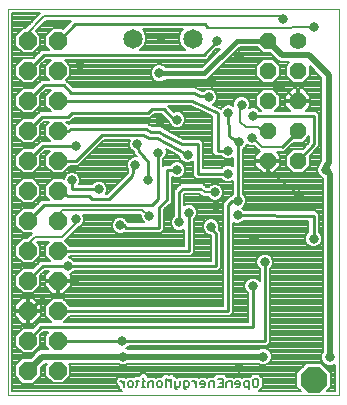
<source format=gbl>
G75*
%MOIN*%
%OFA0B0*%
%FSLAX25Y25*%
%IPPOS*%
%LPD*%
%AMOC8*
5,1,8,0,0,1.08239X$1,22.5*
%
%ADD10C,0.00000*%
%ADD11C,0.00600*%
%ADD12C,0.05600*%
%ADD13OC8,0.05600*%
%ADD14OC8,0.06000*%
%ADD15C,0.06500*%
%ADD16OC8,0.08661*%
%ADD17C,0.02000*%
%ADD18C,0.01000*%
%ADD19C,0.03169*%
%ADD20C,0.01600*%
%ADD21C,0.00800*%
D10*
X0001900Y0001794D02*
X0001900Y0130534D01*
X0112136Y0130534D01*
X0112136Y0001794D01*
X0001900Y0001794D01*
D11*
X0039173Y0006429D02*
X0039607Y0006429D01*
X0040474Y0005561D01*
X0040474Y0004694D02*
X0040474Y0006429D01*
X0041686Y0005995D02*
X0041686Y0005127D01*
X0042120Y0004694D01*
X0042987Y0004694D01*
X0043421Y0005127D01*
X0043421Y0005995D01*
X0042987Y0006429D01*
X0042120Y0006429D01*
X0041686Y0005995D01*
X0044518Y0006429D02*
X0045385Y0006429D01*
X0044952Y0006862D02*
X0044952Y0005127D01*
X0044518Y0004694D01*
X0046482Y0004694D02*
X0047350Y0004694D01*
X0046916Y0004694D02*
X0046916Y0006429D01*
X0047350Y0006429D01*
X0046916Y0007296D02*
X0046916Y0007730D01*
X0048561Y0005995D02*
X0048561Y0004694D01*
X0048561Y0005995D02*
X0048995Y0006429D01*
X0050296Y0006429D01*
X0050296Y0004694D01*
X0051508Y0005127D02*
X0051508Y0005995D01*
X0051941Y0006429D01*
X0052809Y0006429D01*
X0053243Y0005995D01*
X0053243Y0005127D01*
X0052809Y0004694D01*
X0051941Y0004694D01*
X0051508Y0005127D01*
X0054454Y0004694D02*
X0054454Y0007296D01*
X0055322Y0006429D01*
X0056189Y0007296D01*
X0056189Y0004694D01*
X0057401Y0004694D02*
X0058702Y0004694D01*
X0059136Y0005127D01*
X0059136Y0006429D01*
X0060347Y0006429D02*
X0060347Y0004260D01*
X0060781Y0003826D01*
X0061215Y0003826D01*
X0061648Y0004694D02*
X0060347Y0004694D01*
X0061648Y0004694D02*
X0062082Y0005127D01*
X0062082Y0005995D01*
X0061648Y0006429D01*
X0060347Y0006429D01*
X0057401Y0006429D02*
X0057401Y0004260D01*
X0057835Y0003826D01*
X0058268Y0003826D01*
X0063236Y0006429D02*
X0063670Y0006429D01*
X0064538Y0005561D01*
X0064538Y0004694D02*
X0064538Y0006429D01*
X0065749Y0005995D02*
X0065749Y0005561D01*
X0067484Y0005561D01*
X0067484Y0005127D02*
X0067484Y0005995D01*
X0067050Y0006429D01*
X0066183Y0006429D01*
X0065749Y0005995D01*
X0066183Y0004694D02*
X0067050Y0004694D01*
X0067484Y0005127D01*
X0068696Y0004694D02*
X0068696Y0005995D01*
X0069129Y0006429D01*
X0070431Y0006429D01*
X0070431Y0004694D01*
X0071642Y0004694D02*
X0073377Y0004694D01*
X0073377Y0007296D01*
X0071642Y0007296D01*
X0072510Y0005995D02*
X0073377Y0005995D01*
X0074589Y0005995D02*
X0074589Y0004694D01*
X0074589Y0005995D02*
X0075023Y0006429D01*
X0076324Y0006429D01*
X0076324Y0004694D01*
X0077535Y0005561D02*
X0079270Y0005561D01*
X0079270Y0005127D02*
X0079270Y0005995D01*
X0078836Y0006429D01*
X0077969Y0006429D01*
X0077535Y0005995D01*
X0077535Y0005561D01*
X0077969Y0004694D02*
X0078836Y0004694D01*
X0079270Y0005127D01*
X0080482Y0005127D02*
X0080482Y0005995D01*
X0080916Y0006429D01*
X0082217Y0006429D01*
X0082217Y0003826D01*
X0082217Y0004694D02*
X0080916Y0004694D01*
X0080482Y0005127D01*
X0083428Y0005127D02*
X0083428Y0006862D01*
X0083862Y0007296D01*
X0084729Y0007296D01*
X0085163Y0006862D01*
X0085163Y0005127D01*
X0084729Y0004694D01*
X0083862Y0004694D01*
X0083428Y0005127D01*
D12*
X0098400Y0119975D03*
D13*
X0098400Y0109975D03*
X0098400Y0099975D03*
X0098400Y0089975D03*
X0098400Y0079975D03*
X0088400Y0079975D03*
X0088400Y0089975D03*
X0088400Y0099975D03*
X0088400Y0109975D03*
X0088400Y0119975D03*
D14*
X0018400Y0119975D03*
X0018400Y0109975D03*
X0018400Y0099975D03*
X0018400Y0089975D03*
X0018400Y0079975D03*
X0018400Y0069975D03*
X0018400Y0059975D03*
X0018400Y0049975D03*
X0018400Y0039975D03*
X0018400Y0029975D03*
X0018400Y0019975D03*
X0018400Y0009975D03*
X0008400Y0009975D03*
X0008400Y0019975D03*
X0008400Y0029975D03*
X0008400Y0039975D03*
X0008400Y0049975D03*
X0008400Y0059975D03*
X0008400Y0069975D03*
X0008400Y0079975D03*
X0008400Y0089975D03*
X0008400Y0099975D03*
X0008400Y0109975D03*
X0008400Y0119975D03*
D15*
X0043400Y0120725D03*
X0063400Y0120725D03*
D16*
X0103676Y0006955D03*
D17*
X0109150Y0014475D02*
X0109150Y0075725D01*
X0107900Y0076975D01*
X0107900Y0078375D01*
X0108700Y0079175D01*
X0108700Y0108575D01*
X0102100Y0115175D01*
X0093200Y0115175D01*
X0088400Y0119975D01*
X0086700Y0014725D02*
X0043900Y0014725D01*
X0013150Y0014725D01*
X0008400Y0009975D01*
D18*
X0008400Y0019975D02*
X0012900Y0024475D01*
X0083400Y0024475D01*
X0083400Y0038225D01*
X0087400Y0046225D02*
X0087400Y0019975D01*
X0039900Y0019975D01*
X0018400Y0019975D01*
X0018400Y0029975D02*
X0075150Y0029975D01*
X0075150Y0065225D01*
X0076400Y0066475D01*
X0078150Y0066475D01*
X0078400Y0066725D01*
X0078400Y0085975D01*
X0078650Y0086225D01*
X0078100Y0086575D01*
X0075350Y0088375D01*
X0075250Y0095975D01*
X0071650Y0095975D02*
X0071650Y0083225D01*
X0075150Y0083225D01*
X0075150Y0075725D02*
X0065150Y0075725D01*
X0065150Y0085475D01*
X0059900Y0085475D01*
X0053900Y0088725D01*
X0052150Y0089725D01*
X0049400Y0089725D01*
X0047650Y0090725D01*
X0022900Y0090725D01*
X0021650Y0089975D01*
X0018400Y0089975D01*
X0021900Y0094725D02*
X0023150Y0095975D01*
X0048400Y0095975D01*
X0049650Y0097225D01*
X0053650Y0097225D01*
X0057150Y0093725D01*
X0058150Y0093725D01*
X0052400Y0093225D02*
X0052400Y0091975D01*
X0051400Y0087475D02*
X0048650Y0087475D01*
X0046650Y0088725D01*
X0033150Y0088725D01*
X0024400Y0079975D01*
X0018400Y0079975D01*
X0013400Y0084975D02*
X0024400Y0084975D01*
X0021900Y0094725D02*
X0013150Y0094725D01*
X0008400Y0089975D01*
X0013400Y0084975D02*
X0008400Y0079975D01*
X0018400Y0069975D02*
X0019650Y0069975D01*
X0021150Y0068725D01*
X0021900Y0068225D01*
X0028900Y0068225D01*
X0029900Y0067225D01*
X0035550Y0067225D01*
X0043300Y0074975D01*
X0043900Y0078275D01*
X0044250Y0078625D01*
X0048400Y0079725D02*
X0045400Y0083225D01*
X0044900Y0085475D01*
X0048400Y0079725D02*
X0048400Y0073725D01*
X0051900Y0067225D02*
X0051900Y0082725D01*
X0051400Y0087475D02*
X0061650Y0081975D01*
X0058150Y0076975D02*
X0054900Y0076975D01*
X0054900Y0066975D01*
X0052150Y0064725D01*
X0052150Y0063725D01*
X0052100Y0063375D01*
X0052150Y0063225D01*
X0052150Y0057725D01*
X0041150Y0057725D01*
X0040402Y0058473D01*
X0039148Y0058473D01*
X0049650Y0065225D02*
X0051900Y0067225D01*
X0049650Y0065225D02*
X0013650Y0065225D01*
X0008400Y0059975D01*
X0018400Y0049975D02*
X0062150Y0049975D01*
X0062150Y0062725D01*
X0058850Y0059425D02*
X0058850Y0069475D01*
X0060150Y0070725D01*
X0066150Y0070725D01*
X0055475Y0062800D02*
X0054650Y0063225D01*
X0069447Y0058022D02*
X0069697Y0057178D01*
X0071150Y0055475D01*
X0071150Y0044975D01*
X0021650Y0044975D01*
X0013400Y0044975D01*
X0008400Y0040225D01*
X0008400Y0039975D01*
X0013650Y0034975D02*
X0024650Y0034975D01*
X0024650Y0039975D02*
X0018400Y0039975D01*
X0013650Y0034975D02*
X0008650Y0029975D01*
X0008400Y0029975D01*
X0040150Y0014725D02*
X0043900Y0014725D01*
X0078350Y0061775D02*
X0103650Y0061725D01*
X0103650Y0053975D01*
X0098400Y0079975D02*
X0103900Y0085475D01*
X0103900Y0094975D01*
X0083400Y0094975D01*
X0093150Y0084725D02*
X0098400Y0089975D01*
X0071650Y0095975D02*
X0063150Y0099975D01*
X0018400Y0099975D01*
X0022900Y0102725D02*
X0020400Y0105225D01*
X0013650Y0105225D01*
X0008400Y0099975D01*
X0008400Y0109975D02*
X0013650Y0115225D01*
X0067150Y0115225D01*
X0071400Y0119975D01*
X0068300Y0124575D02*
X0067400Y0125475D01*
X0024150Y0125475D01*
X0018650Y0119975D01*
X0018400Y0119975D01*
X0022900Y0102725D02*
X0063650Y0102725D01*
X0065900Y0101725D01*
X0068850Y0101125D01*
X0102100Y0124575D02*
X0103900Y0124525D01*
X0032150Y0070475D02*
X0023150Y0070475D01*
X0023150Y0073475D01*
D19*
X0023150Y0073475D03*
X0032150Y0070475D03*
X0024400Y0060575D03*
X0021650Y0044975D03*
X0039148Y0058473D03*
X0048900Y0061725D03*
X0055475Y0062800D03*
X0058850Y0059425D03*
X0062150Y0062725D03*
X0069447Y0058022D03*
X0071150Y0064975D03*
X0070800Y0069475D03*
X0075150Y0075725D03*
X0075150Y0083225D03*
X0078650Y0086225D03*
X0083074Y0087649D03*
X0083400Y0094975D03*
X0079650Y0098725D03*
X0075250Y0095975D03*
X0068850Y0101125D03*
X0069900Y0105975D03*
X0078900Y0114794D03*
X0071400Y0119975D03*
X0052900Y0120794D03*
X0052300Y0109175D03*
X0052400Y0093225D03*
X0058150Y0093725D03*
X0051900Y0082725D03*
X0058150Y0076975D03*
X0061650Y0081975D03*
X0048400Y0073725D03*
X0044250Y0078625D03*
X0044900Y0085475D03*
X0024400Y0084975D03*
X0025900Y0111794D03*
X0078400Y0066725D03*
X0078350Y0061775D03*
X0083900Y0053794D03*
X0087400Y0046225D03*
X0083400Y0038225D03*
X0086700Y0014725D03*
X0078900Y0010794D03*
X0109150Y0014475D03*
X0103650Y0053975D03*
X0098900Y0068475D03*
X0107900Y0076975D03*
X0103900Y0124525D03*
X0093400Y0127125D03*
X0039900Y0019975D03*
X0040150Y0014725D03*
D20*
X0052300Y0109175D02*
X0067300Y0109175D01*
X0078100Y0119975D01*
X0088400Y0119975D01*
D21*
X0085656Y0116779D02*
X0078016Y0116779D01*
X0077217Y0115981D02*
X0086454Y0115981D01*
X0086660Y0115775D02*
X0089206Y0115775D01*
X0091841Y0113140D01*
X0092723Y0112775D01*
X0095533Y0112775D01*
X0094393Y0111635D01*
X0094393Y0108315D01*
X0096740Y0105968D01*
X0100060Y0105968D01*
X0102407Y0108315D01*
X0102407Y0111474D01*
X0106300Y0107581D01*
X0106300Y0080169D01*
X0105865Y0079734D01*
X0105500Y0078852D01*
X0105500Y0078795D01*
X0105370Y0078665D01*
X0104916Y0077568D01*
X0104916Y0076381D01*
X0105370Y0075284D01*
X0106210Y0074445D01*
X0106750Y0074221D01*
X0106750Y0016295D01*
X0106620Y0016165D01*
X0106166Y0015068D01*
X0106166Y0013881D01*
X0106620Y0012784D01*
X0107460Y0011945D01*
X0108556Y0011491D01*
X0109744Y0011491D01*
X0110736Y0011902D01*
X0110736Y0003194D01*
X0108019Y0003194D01*
X0109406Y0004581D01*
X0109406Y0009329D01*
X0106049Y0012686D01*
X0101302Y0012686D01*
X0097945Y0009329D01*
X0097945Y0004581D01*
X0099333Y0003194D01*
X0085361Y0003194D01*
X0086237Y0004069D01*
X0086670Y0004503D01*
X0086670Y0007486D01*
X0085787Y0008369D01*
X0085354Y0008803D01*
X0083238Y0008803D01*
X0082370Y0007936D01*
X0080291Y0007936D01*
X0079876Y0007520D01*
X0079461Y0007936D01*
X0077345Y0007936D01*
X0077146Y0007737D01*
X0076948Y0007936D01*
X0074869Y0007936D01*
X0074001Y0008803D01*
X0071018Y0008803D01*
X0070151Y0007936D01*
X0068505Y0007936D01*
X0068090Y0007520D01*
X0067675Y0007936D01*
X0065559Y0007936D01*
X0065360Y0007737D01*
X0065162Y0007936D01*
X0062612Y0007936D01*
X0062442Y0007766D01*
X0062273Y0007936D01*
X0058511Y0007936D01*
X0058268Y0007692D01*
X0058025Y0007936D01*
X0057681Y0007936D01*
X0057248Y0008368D01*
X0056813Y0008803D01*
X0055565Y0008803D01*
X0055322Y0008560D01*
X0055079Y0008803D01*
X0053830Y0008803D01*
X0052963Y0007936D01*
X0051317Y0007936D01*
X0051119Y0007737D01*
X0050920Y0007936D01*
X0048423Y0007936D01*
X0048423Y0008354D01*
X0047540Y0009237D01*
X0046292Y0009237D01*
X0045424Y0008369D01*
X0044327Y0008369D01*
X0043752Y0007795D01*
X0043611Y0007936D01*
X0041495Y0007936D01*
X0041297Y0007737D01*
X0041099Y0007936D01*
X0038549Y0007936D01*
X0037666Y0007053D01*
X0037666Y0005804D01*
X0038549Y0004921D01*
X0038967Y0004921D01*
X0038967Y0004069D01*
X0039843Y0003194D01*
X0003300Y0003194D01*
X0003300Y0129134D01*
X0012467Y0129134D01*
X0012293Y0128959D01*
X0011203Y0127869D01*
X0011203Y0127790D01*
X0007594Y0124182D01*
X0006657Y0124182D01*
X0004193Y0121717D01*
X0004193Y0118232D01*
X0006657Y0115768D01*
X0010143Y0115768D01*
X0012607Y0118232D01*
X0012607Y0121717D01*
X0011141Y0123183D01*
X0013475Y0125518D01*
X0014417Y0126459D01*
X0014417Y0126538D01*
X0014566Y0126687D01*
X0022948Y0126687D01*
X0022443Y0126182D01*
X0020293Y0124032D01*
X0020143Y0124182D01*
X0016657Y0124182D01*
X0014193Y0121717D01*
X0014193Y0118232D01*
X0015493Y0116932D01*
X0012943Y0116932D01*
X0011943Y0115932D01*
X0010168Y0114157D01*
X0010143Y0114182D01*
X0006657Y0114182D01*
X0004193Y0111717D01*
X0004193Y0108232D01*
X0006657Y0105768D01*
X0010143Y0105768D01*
X0012607Y0108232D01*
X0012607Y0111717D01*
X0012582Y0111743D01*
X0014357Y0113518D01*
X0015993Y0113518D01*
X0014193Y0111717D01*
X0014193Y0108232D01*
X0015493Y0106932D01*
X0012943Y0106932D01*
X0011943Y0105932D01*
X0010168Y0104157D01*
X0010143Y0104182D01*
X0006657Y0104182D01*
X0004193Y0101717D01*
X0004193Y0098232D01*
X0006657Y0095768D01*
X0010143Y0095768D01*
X0012607Y0098232D01*
X0012607Y0101717D01*
X0012582Y0101743D01*
X0014357Y0103518D01*
X0015993Y0103518D01*
X0014193Y0101717D01*
X0014193Y0098232D01*
X0015993Y0096432D01*
X0012443Y0096432D01*
X0011443Y0095432D01*
X0010168Y0094157D01*
X0010143Y0094182D01*
X0006657Y0094182D01*
X0004193Y0091717D01*
X0004193Y0088232D01*
X0006657Y0085768D01*
X0010143Y0085768D01*
X0012607Y0088232D01*
X0012607Y0091717D01*
X0012582Y0091743D01*
X0013857Y0093018D01*
X0015493Y0093018D01*
X0014193Y0091717D01*
X0014193Y0088232D01*
X0015743Y0086682D01*
X0012693Y0086682D01*
X0011693Y0085682D01*
X0010168Y0084157D01*
X0010143Y0084182D01*
X0006657Y0084182D01*
X0004193Y0081717D01*
X0004193Y0078232D01*
X0006657Y0075768D01*
X0010143Y0075768D01*
X0012607Y0078232D01*
X0012607Y0081717D01*
X0012582Y0081743D01*
X0014107Y0083268D01*
X0015743Y0083268D01*
X0014193Y0081717D01*
X0014193Y0078232D01*
X0016657Y0075768D01*
X0020143Y0075768D01*
X0022607Y0078232D01*
X0022607Y0078268D01*
X0025107Y0078268D01*
X0033857Y0087018D01*
X0042518Y0087018D01*
X0042109Y0086030D01*
X0042109Y0084920D01*
X0042534Y0083894D01*
X0043319Y0083108D01*
X0043668Y0082964D01*
X0043644Y0082651D01*
X0043826Y0082438D01*
X0043887Y0082164D01*
X0044269Y0081921D01*
X0044702Y0081416D01*
X0043695Y0081416D01*
X0042669Y0080991D01*
X0041884Y0080206D01*
X0041459Y0079180D01*
X0041459Y0078070D01*
X0041884Y0077044D01*
X0041932Y0076995D01*
X0041716Y0075805D01*
X0034843Y0068932D01*
X0034532Y0068932D01*
X0034941Y0069920D01*
X0034941Y0071030D01*
X0034516Y0072056D01*
X0033731Y0072841D01*
X0032705Y0073266D01*
X0031595Y0073266D01*
X0030569Y0072841D01*
X0029910Y0072182D01*
X0025636Y0072182D01*
X0025941Y0072920D01*
X0025941Y0074030D01*
X0025516Y0075056D01*
X0024731Y0075841D01*
X0023705Y0076266D01*
X0022595Y0076266D01*
X0021569Y0075841D01*
X0020784Y0075056D01*
X0020359Y0074030D01*
X0020359Y0073966D01*
X0020143Y0074182D01*
X0016657Y0074182D01*
X0014193Y0071717D01*
X0014193Y0068232D01*
X0015493Y0066932D01*
X0012943Y0066932D01*
X0011943Y0065932D01*
X0010168Y0064157D01*
X0010143Y0064182D01*
X0006657Y0064182D01*
X0004193Y0061717D01*
X0004193Y0058232D01*
X0006657Y0055768D01*
X0009820Y0055768D01*
X0009293Y0055240D01*
X0008234Y0054182D01*
X0006657Y0054182D01*
X0004193Y0051717D01*
X0004193Y0048232D01*
X0006657Y0045768D01*
X0010143Y0045768D01*
X0012607Y0048232D01*
X0012607Y0051717D01*
X0011461Y0052863D01*
X0011566Y0052968D01*
X0015443Y0052968D01*
X0014193Y0051717D01*
X0014193Y0048232D01*
X0015743Y0046682D01*
X0013422Y0046682D01*
X0012737Y0046699D01*
X0012718Y0046682D01*
X0012693Y0046682D01*
X0012208Y0046197D01*
X0010087Y0044182D01*
X0006657Y0044182D01*
X0004193Y0041717D01*
X0004193Y0038232D01*
X0006657Y0035768D01*
X0010143Y0035768D01*
X0012607Y0038232D01*
X0012607Y0041717D01*
X0012530Y0041794D01*
X0014082Y0043268D01*
X0015470Y0043268D01*
X0014000Y0041797D01*
X0014000Y0040375D01*
X0018000Y0040375D01*
X0018000Y0039575D01*
X0014000Y0039575D01*
X0014000Y0038152D01*
X0016577Y0035575D01*
X0018000Y0035575D01*
X0018000Y0039575D01*
X0018800Y0039575D01*
X0018800Y0040375D01*
X0022800Y0040375D01*
X0022800Y0041797D01*
X0022353Y0042245D01*
X0023231Y0042608D01*
X0023890Y0043268D01*
X0071857Y0043268D01*
X0072857Y0044268D01*
X0072857Y0055407D01*
X0072908Y0056045D01*
X0072857Y0056104D01*
X0072857Y0056182D01*
X0072405Y0056634D01*
X0072061Y0057037D01*
X0072239Y0057467D01*
X0072239Y0058577D01*
X0071814Y0059603D01*
X0071028Y0060388D01*
X0070002Y0060813D01*
X0068892Y0060813D01*
X0067866Y0060388D01*
X0067081Y0059603D01*
X0066656Y0058577D01*
X0066656Y0057467D01*
X0067081Y0056441D01*
X0067866Y0055656D01*
X0068892Y0055231D01*
X0069114Y0055231D01*
X0069443Y0054846D01*
X0069443Y0046682D01*
X0023890Y0046682D01*
X0023231Y0047341D01*
X0022205Y0047766D01*
X0022141Y0047766D01*
X0022607Y0048232D01*
X0022607Y0048268D01*
X0062857Y0048268D01*
X0063857Y0049268D01*
X0063857Y0060484D01*
X0064516Y0061144D01*
X0064941Y0062170D01*
X0064941Y0063280D01*
X0064516Y0064306D01*
X0063731Y0065091D01*
X0062705Y0065516D01*
X0061595Y0065516D01*
X0060569Y0065091D01*
X0060557Y0065079D01*
X0060557Y0068748D01*
X0060838Y0069018D01*
X0065584Y0069018D01*
X0066734Y0067868D01*
X0068460Y0067868D01*
X0069219Y0067108D01*
X0070245Y0066683D01*
X0071355Y0066683D01*
X0072381Y0067108D01*
X0073166Y0067894D01*
X0073591Y0068920D01*
X0073591Y0070030D01*
X0073166Y0071056D01*
X0072381Y0071841D01*
X0071355Y0072266D01*
X0070245Y0072266D01*
X0069219Y0071841D01*
X0068460Y0071082D01*
X0068066Y0071082D01*
X0067857Y0071290D01*
X0067857Y0071432D01*
X0066857Y0072432D01*
X0060167Y0072432D01*
X0059477Y0072445D01*
X0059462Y0072432D01*
X0059443Y0072432D01*
X0058954Y0071943D01*
X0058162Y0071182D01*
X0058143Y0071182D01*
X0057655Y0070694D01*
X0057157Y0070215D01*
X0057157Y0070196D01*
X0057143Y0070182D01*
X0057143Y0069491D01*
X0057129Y0068801D01*
X0057143Y0068787D01*
X0057143Y0061665D01*
X0056484Y0061006D01*
X0056059Y0059980D01*
X0056059Y0058870D01*
X0056484Y0057844D01*
X0057269Y0057058D01*
X0058295Y0056633D01*
X0059405Y0056633D01*
X0060431Y0057058D01*
X0060443Y0057070D01*
X0060443Y0051682D01*
X0022607Y0051682D01*
X0022607Y0051717D01*
X0020961Y0053363D01*
X0025683Y0058085D01*
X0025981Y0058208D01*
X0026766Y0058994D01*
X0027191Y0060020D01*
X0027191Y0061130D01*
X0026865Y0061918D01*
X0045882Y0061918D01*
X0046109Y0061754D01*
X0046109Y0061170D01*
X0046534Y0060144D01*
X0047245Y0059432D01*
X0041857Y0059432D01*
X0041712Y0059577D01*
X0041514Y0060054D01*
X0040729Y0060839D01*
X0039703Y0061264D01*
X0038593Y0061264D01*
X0037567Y0060839D01*
X0036782Y0060054D01*
X0036357Y0059028D01*
X0036357Y0057918D01*
X0036782Y0056892D01*
X0037567Y0056106D01*
X0038593Y0055681D01*
X0039703Y0055681D01*
X0040515Y0056018D01*
X0052857Y0056018D01*
X0053857Y0057018D01*
X0053857Y0062822D01*
X0053993Y0063094D01*
X0053857Y0063502D01*
X0053857Y0063603D01*
X0053908Y0063957D01*
X0055509Y0065268D01*
X0055607Y0065268D01*
X0056047Y0065707D01*
X0056528Y0066101D01*
X0056538Y0066199D01*
X0056607Y0066268D01*
X0056607Y0066890D01*
X0056669Y0067509D01*
X0056607Y0067584D01*
X0056607Y0074593D01*
X0057595Y0074183D01*
X0058705Y0074183D01*
X0059731Y0074608D01*
X0060516Y0075394D01*
X0060941Y0076420D01*
X0060941Y0077530D01*
X0060516Y0078556D01*
X0059731Y0079341D01*
X0058705Y0079766D01*
X0057595Y0079766D01*
X0056569Y0079341D01*
X0055910Y0078682D01*
X0054193Y0078682D01*
X0053607Y0078096D01*
X0053607Y0080484D01*
X0054266Y0081144D01*
X0054691Y0082170D01*
X0054691Y0083280D01*
X0054430Y0083912D01*
X0058859Y0081535D01*
X0058859Y0081420D01*
X0059284Y0080394D01*
X0060069Y0079608D01*
X0061095Y0079183D01*
X0062205Y0079183D01*
X0063231Y0079608D01*
X0063443Y0079820D01*
X0063443Y0075018D01*
X0064443Y0074018D01*
X0072910Y0074018D01*
X0073569Y0073358D01*
X0074595Y0072933D01*
X0075705Y0072933D01*
X0076693Y0073343D01*
X0076693Y0068965D01*
X0076034Y0068306D01*
X0075982Y0068182D01*
X0075693Y0068182D01*
X0074693Y0067182D01*
X0073443Y0065932D01*
X0073443Y0031682D01*
X0022607Y0031682D01*
X0022607Y0031717D01*
X0020143Y0034182D01*
X0016657Y0034182D01*
X0014193Y0031717D01*
X0014193Y0028232D01*
X0016243Y0026182D01*
X0012193Y0026182D01*
X0011193Y0025182D01*
X0010168Y0024157D01*
X0010143Y0024182D01*
X0006657Y0024182D01*
X0004193Y0021717D01*
X0004193Y0018232D01*
X0006657Y0015768D01*
X0010143Y0015768D01*
X0012607Y0018232D01*
X0012607Y0021717D01*
X0012582Y0021743D01*
X0013607Y0022768D01*
X0015243Y0022768D01*
X0014193Y0021717D01*
X0014193Y0018232D01*
X0015300Y0017125D01*
X0012673Y0017125D01*
X0011791Y0016759D01*
X0011115Y0016084D01*
X0009406Y0014375D01*
X0006577Y0014375D01*
X0004000Y0011797D01*
X0004000Y0008152D01*
X0006577Y0005575D01*
X0010223Y0005575D01*
X0012800Y0008152D01*
X0012800Y0010981D01*
X0014144Y0012325D01*
X0014800Y0012325D01*
X0014193Y0011717D01*
X0014193Y0008232D01*
X0016657Y0005768D01*
X0020143Y0005768D01*
X0022607Y0008232D01*
X0022607Y0011717D01*
X0022000Y0012325D01*
X0038330Y0012325D01*
X0038460Y0012195D01*
X0039556Y0011741D01*
X0040744Y0011741D01*
X0041840Y0012195D01*
X0041970Y0012325D01*
X0084880Y0012325D01*
X0085010Y0012195D01*
X0086106Y0011741D01*
X0087294Y0011741D01*
X0088390Y0012195D01*
X0089230Y0013034D01*
X0089684Y0014131D01*
X0089684Y0015318D01*
X0089230Y0016415D01*
X0088390Y0017255D01*
X0087294Y0017709D01*
X0086106Y0017709D01*
X0085010Y0017255D01*
X0084880Y0017125D01*
X0041970Y0017125D01*
X0041840Y0017255D01*
X0041234Y0017506D01*
X0041481Y0017608D01*
X0042140Y0018268D01*
X0088107Y0018268D01*
X0089107Y0019268D01*
X0089107Y0043984D01*
X0089766Y0044644D01*
X0090191Y0045670D01*
X0090191Y0046780D01*
X0089766Y0047806D01*
X0088981Y0048591D01*
X0087955Y0049016D01*
X0086845Y0049016D01*
X0085819Y0048591D01*
X0085034Y0047806D01*
X0084609Y0046780D01*
X0084609Y0045670D01*
X0085034Y0044644D01*
X0085693Y0043984D01*
X0085693Y0039879D01*
X0084981Y0040591D01*
X0083955Y0041016D01*
X0082845Y0041016D01*
X0081819Y0040591D01*
X0081034Y0039806D01*
X0080609Y0038780D01*
X0080609Y0037670D01*
X0081034Y0036644D01*
X0081693Y0035984D01*
X0081693Y0026182D01*
X0020557Y0026182D01*
X0022607Y0028232D01*
X0022607Y0028268D01*
X0075857Y0028268D01*
X0076857Y0029268D01*
X0076857Y0059372D01*
X0077795Y0058983D01*
X0078905Y0058983D01*
X0079931Y0059408D01*
X0080586Y0060063D01*
X0101943Y0060021D01*
X0101943Y0056215D01*
X0101284Y0055556D01*
X0100859Y0054530D01*
X0100859Y0053420D01*
X0101284Y0052394D01*
X0102069Y0051608D01*
X0103095Y0051183D01*
X0104205Y0051183D01*
X0105231Y0051608D01*
X0106016Y0052394D01*
X0106441Y0053420D01*
X0106441Y0054530D01*
X0106016Y0055556D01*
X0105357Y0056215D01*
X0105357Y0061725D01*
X0105358Y0062429D01*
X0105357Y0062430D01*
X0105357Y0062432D01*
X0104856Y0062933D01*
X0104360Y0063430D01*
X0104358Y0063430D01*
X0104357Y0063432D01*
X0103651Y0063432D01*
X0080595Y0063477D01*
X0079931Y0064141D01*
X0079694Y0064239D01*
X0079981Y0064358D01*
X0080766Y0065144D01*
X0081191Y0066170D01*
X0081191Y0067280D01*
X0080766Y0068306D01*
X0080107Y0068965D01*
X0080107Y0083807D01*
X0080231Y0083858D01*
X0081016Y0084644D01*
X0081343Y0085433D01*
X0081493Y0085283D01*
X0082519Y0084858D01*
X0083630Y0084858D01*
X0083852Y0084950D01*
X0084893Y0083909D01*
X0085644Y0083158D01*
X0084200Y0081714D01*
X0084200Y0080375D01*
X0088000Y0080375D01*
X0088000Y0079575D01*
X0084200Y0079575D01*
X0084200Y0078235D01*
X0086660Y0075775D01*
X0088000Y0075775D01*
X0088000Y0079575D01*
X0088800Y0079575D01*
X0088800Y0080375D01*
X0092600Y0080375D01*
X0092600Y0081714D01*
X0091347Y0082968D01*
X0093666Y0082968D01*
X0093716Y0083018D01*
X0093857Y0083018D01*
X0096807Y0085968D01*
X0100060Y0085968D01*
X0102193Y0088101D01*
X0102193Y0086182D01*
X0099993Y0083982D01*
X0096740Y0083982D01*
X0094393Y0081635D01*
X0094393Y0078315D01*
X0096740Y0075968D01*
X0100060Y0075968D01*
X0102407Y0078315D01*
X0102407Y0081568D01*
X0104607Y0083768D01*
X0105607Y0084768D01*
X0105607Y0095682D01*
X0104607Y0096682D01*
X0101047Y0096682D01*
X0102600Y0098235D01*
X0102600Y0099575D01*
X0098800Y0099575D01*
X0098800Y0100375D01*
X0098000Y0100375D01*
X0098000Y0104175D01*
X0096660Y0104175D01*
X0094200Y0101714D01*
X0094200Y0100375D01*
X0098000Y0100375D01*
X0098000Y0099575D01*
X0094200Y0099575D01*
X0094200Y0098235D01*
X0095753Y0096682D01*
X0090774Y0096682D01*
X0092407Y0098315D01*
X0092407Y0101635D01*
X0090060Y0103982D01*
X0086740Y0103982D01*
X0084393Y0101635D01*
X0084393Y0098315D01*
X0086026Y0096682D01*
X0085640Y0096682D01*
X0084981Y0097341D01*
X0083955Y0097766D01*
X0082845Y0097766D01*
X0082156Y0097481D01*
X0082441Y0098170D01*
X0082441Y0099280D01*
X0082016Y0100306D01*
X0081231Y0101091D01*
X0080205Y0101516D01*
X0079095Y0101516D01*
X0078069Y0101091D01*
X0077284Y0100306D01*
X0076859Y0099280D01*
X0076859Y0098314D01*
X0076831Y0098341D01*
X0075805Y0098766D01*
X0074695Y0098766D01*
X0073669Y0098341D01*
X0072884Y0097556D01*
X0072788Y0097326D01*
X0072646Y0097393D01*
X0072357Y0097682D01*
X0072032Y0097682D01*
X0070066Y0098607D01*
X0070431Y0098758D01*
X0071216Y0099544D01*
X0071641Y0100570D01*
X0071641Y0101680D01*
X0071216Y0102706D01*
X0070431Y0103491D01*
X0069405Y0103916D01*
X0068295Y0103916D01*
X0067269Y0103491D01*
X0067017Y0103240D01*
X0066423Y0103360D01*
X0064633Y0104156D01*
X0064357Y0104432D01*
X0064012Y0104432D01*
X0063697Y0104572D01*
X0063333Y0104432D01*
X0023607Y0104432D01*
X0021207Y0106832D01*
X0022607Y0108232D01*
X0022607Y0111717D01*
X0020807Y0113518D01*
X0066498Y0113518D01*
X0066539Y0113481D01*
X0067197Y0113518D01*
X0067857Y0113518D01*
X0067896Y0113557D01*
X0067951Y0113560D01*
X0068391Y0114051D01*
X0068857Y0114518D01*
X0068857Y0114573D01*
X0071193Y0117183D01*
X0071955Y0117183D01*
X0072369Y0117355D01*
X0066389Y0111375D01*
X0054320Y0111375D01*
X0053990Y0111705D01*
X0052894Y0112159D01*
X0051706Y0112159D01*
X0050610Y0111705D01*
X0049770Y0110865D01*
X0049316Y0109768D01*
X0049316Y0108581D01*
X0049770Y0107484D01*
X0050610Y0106645D01*
X0051706Y0106191D01*
X0052894Y0106191D01*
X0053990Y0106645D01*
X0054320Y0106975D01*
X0068211Y0106975D01*
X0079011Y0117775D01*
X0084660Y0117775D01*
X0086660Y0115775D01*
X0086740Y0113982D02*
X0084393Y0111635D01*
X0084393Y0108315D01*
X0086740Y0105968D01*
X0090060Y0105968D01*
X0092407Y0108315D01*
X0092407Y0111635D01*
X0090060Y0113982D01*
X0086740Y0113982D01*
X0086344Y0113585D02*
X0074822Y0113585D01*
X0074023Y0112787D02*
X0085545Y0112787D01*
X0084747Y0111988D02*
X0073225Y0111988D01*
X0072426Y0111190D02*
X0084393Y0111190D01*
X0084393Y0110391D02*
X0071628Y0110391D01*
X0070829Y0109593D02*
X0084393Y0109593D01*
X0084393Y0108794D02*
X0070031Y0108794D01*
X0069232Y0107996D02*
X0084712Y0107996D01*
X0085511Y0107197D02*
X0068434Y0107197D01*
X0069900Y0105975D02*
X0070900Y0104975D01*
X0090100Y0104975D01*
X0090700Y0104375D01*
X0093700Y0104375D01*
X0098100Y0099975D01*
X0098400Y0099975D01*
X0098800Y0100011D02*
X0106300Y0100011D01*
X0106300Y0100809D02*
X0102600Y0100809D01*
X0102600Y0100375D02*
X0102600Y0101714D01*
X0100140Y0104175D01*
X0098800Y0104175D01*
X0098800Y0100375D01*
X0102600Y0100375D01*
X0102600Y0099212D02*
X0106300Y0099212D01*
X0106300Y0098414D02*
X0102600Y0098414D01*
X0101980Y0097615D02*
X0106300Y0097615D01*
X0106300Y0096817D02*
X0101181Y0096817D01*
X0098000Y0100011D02*
X0092407Y0100011D01*
X0092407Y0100809D02*
X0094200Y0100809D01*
X0094200Y0101608D02*
X0092407Y0101608D01*
X0091636Y0102406D02*
X0094892Y0102406D01*
X0095690Y0103205D02*
X0090837Y0103205D01*
X0090491Y0106399D02*
X0096309Y0106399D01*
X0095511Y0107197D02*
X0091289Y0107197D01*
X0092088Y0107996D02*
X0094712Y0107996D01*
X0094393Y0108794D02*
X0092407Y0108794D01*
X0092407Y0109593D02*
X0094393Y0109593D01*
X0094393Y0110391D02*
X0092407Y0110391D01*
X0092407Y0111190D02*
X0094393Y0111190D01*
X0094747Y0111988D02*
X0092053Y0111988D01*
X0092694Y0112787D02*
X0091255Y0112787D01*
X0091395Y0113585D02*
X0090456Y0113585D01*
X0090597Y0114384D02*
X0075620Y0114384D01*
X0076419Y0115182D02*
X0089798Y0115182D01*
X0084857Y0117578D02*
X0078814Y0117578D01*
X0071793Y0116779D02*
X0070832Y0116779D01*
X0070995Y0115981D02*
X0070117Y0115981D01*
X0070196Y0115182D02*
X0069403Y0115182D01*
X0069398Y0114384D02*
X0068723Y0114384D01*
X0068599Y0113585D02*
X0067974Y0113585D01*
X0067801Y0112787D02*
X0021538Y0112787D01*
X0022336Y0111988D02*
X0051294Y0111988D01*
X0050095Y0111190D02*
X0022607Y0111190D01*
X0022607Y0110391D02*
X0049574Y0110391D01*
X0049316Y0109593D02*
X0022607Y0109593D01*
X0022607Y0108794D02*
X0049316Y0108794D01*
X0049558Y0107996D02*
X0022371Y0107996D01*
X0021572Y0107197D02*
X0050057Y0107197D01*
X0051204Y0106399D02*
X0021640Y0106399D01*
X0022439Y0105600D02*
X0106300Y0105600D01*
X0106300Y0104802D02*
X0023237Y0104802D01*
X0015680Y0103205D02*
X0014044Y0103205D01*
X0013245Y0102406D02*
X0014882Y0102406D01*
X0014193Y0101608D02*
X0012607Y0101608D01*
X0012607Y0100809D02*
X0014193Y0100809D01*
X0014193Y0100011D02*
X0012607Y0100011D01*
X0012607Y0099212D02*
X0014193Y0099212D01*
X0014193Y0098414D02*
X0012607Y0098414D01*
X0011990Y0097615D02*
X0014810Y0097615D01*
X0015609Y0096817D02*
X0011191Y0096817D01*
X0010393Y0096018D02*
X0012029Y0096018D01*
X0011231Y0095220D02*
X0003300Y0095220D01*
X0003300Y0096018D02*
X0006407Y0096018D01*
X0005609Y0096817D02*
X0003300Y0096817D01*
X0003300Y0097615D02*
X0004810Y0097615D01*
X0004193Y0098414D02*
X0003300Y0098414D01*
X0003300Y0099212D02*
X0004193Y0099212D01*
X0004193Y0100011D02*
X0003300Y0100011D01*
X0003300Y0100809D02*
X0004193Y0100809D01*
X0004193Y0101608D02*
X0003300Y0101608D01*
X0003300Y0102406D02*
X0004882Y0102406D01*
X0005680Y0103205D02*
X0003300Y0103205D01*
X0003300Y0104003D02*
X0006479Y0104003D01*
X0006026Y0106399D02*
X0003300Y0106399D01*
X0003300Y0107197D02*
X0005228Y0107197D01*
X0004429Y0107996D02*
X0003300Y0107996D01*
X0003300Y0108794D02*
X0004193Y0108794D01*
X0004193Y0109593D02*
X0003300Y0109593D01*
X0003300Y0110391D02*
X0004193Y0110391D01*
X0004193Y0111190D02*
X0003300Y0111190D01*
X0003300Y0111988D02*
X0004464Y0111988D01*
X0005262Y0112787D02*
X0003300Y0112787D01*
X0003300Y0113585D02*
X0006061Y0113585D01*
X0006444Y0115981D02*
X0003300Y0115981D01*
X0003300Y0116779D02*
X0005646Y0116779D01*
X0004847Y0117578D02*
X0003300Y0117578D01*
X0003300Y0118376D02*
X0004193Y0118376D01*
X0004193Y0119175D02*
X0003300Y0119175D01*
X0003300Y0119973D02*
X0004193Y0119973D01*
X0004193Y0120772D02*
X0003300Y0120772D01*
X0003300Y0121570D02*
X0004193Y0121570D01*
X0004844Y0122369D02*
X0003300Y0122369D01*
X0003300Y0123167D02*
X0005643Y0123167D01*
X0006441Y0123966D02*
X0003300Y0123966D01*
X0003300Y0124764D02*
X0008176Y0124764D01*
X0008975Y0125563D02*
X0003300Y0125563D01*
X0003300Y0126361D02*
X0009773Y0126361D01*
X0010572Y0127160D02*
X0003300Y0127160D01*
X0003300Y0127958D02*
X0011292Y0127958D01*
X0012091Y0128757D02*
X0003300Y0128757D01*
X0008400Y0122715D02*
X0012810Y0127125D01*
X0012810Y0127203D01*
X0013900Y0128294D01*
X0092231Y0128294D01*
X0093400Y0127125D01*
X0096100Y0124175D02*
X0068700Y0124175D01*
X0068300Y0124575D01*
X0060910Y0116932D02*
X0045890Y0116932D01*
X0045925Y0116946D01*
X0047179Y0118200D01*
X0047857Y0119838D01*
X0047857Y0121611D01*
X0047179Y0123250D01*
X0046660Y0123768D01*
X0060140Y0123768D01*
X0059621Y0123250D01*
X0058943Y0121611D01*
X0058943Y0119838D01*
X0059621Y0118200D01*
X0060875Y0116946D01*
X0060910Y0116932D01*
X0060244Y0117578D02*
X0046556Y0117578D01*
X0047252Y0118376D02*
X0059548Y0118376D01*
X0059218Y0119175D02*
X0047582Y0119175D01*
X0047857Y0119973D02*
X0058943Y0119973D01*
X0058943Y0120772D02*
X0047857Y0120772D01*
X0047857Y0121570D02*
X0058943Y0121570D01*
X0059257Y0122369D02*
X0047543Y0122369D01*
X0047213Y0123167D02*
X0059587Y0123167D01*
X0053306Y0111988D02*
X0067002Y0111988D01*
X0064977Y0104003D02*
X0096489Y0104003D01*
X0098000Y0104003D02*
X0098800Y0104003D01*
X0098800Y0103205D02*
X0098000Y0103205D01*
X0098000Y0102406D02*
X0098800Y0102406D01*
X0098800Y0101608D02*
X0098000Y0101608D01*
X0098000Y0100809D02*
X0098800Y0100809D01*
X0101110Y0103205D02*
X0106300Y0103205D01*
X0106300Y0104003D02*
X0100311Y0104003D01*
X0101908Y0102406D02*
X0106300Y0102406D01*
X0106300Y0101608D02*
X0102600Y0101608D01*
X0100491Y0106399D02*
X0106300Y0106399D01*
X0106300Y0107197D02*
X0101289Y0107197D01*
X0102088Y0107996D02*
X0105885Y0107996D01*
X0105086Y0108794D02*
X0102407Y0108794D01*
X0102407Y0109593D02*
X0104288Y0109593D01*
X0103489Y0110391D02*
X0102407Y0110391D01*
X0102407Y0111190D02*
X0102691Y0111190D01*
X0094200Y0099212D02*
X0092407Y0099212D01*
X0092407Y0098414D02*
X0094200Y0098414D01*
X0094820Y0097615D02*
X0091707Y0097615D01*
X0090909Y0096817D02*
X0095619Y0096817D01*
X0088400Y0089975D02*
X0086400Y0089975D01*
X0085200Y0091175D01*
X0081100Y0091175D01*
X0079300Y0092975D01*
X0079300Y0098375D01*
X0079650Y0098725D01*
X0082212Y0097615D02*
X0082480Y0097615D01*
X0082441Y0098414D02*
X0084393Y0098414D01*
X0084393Y0099212D02*
X0082441Y0099212D01*
X0082139Y0100011D02*
X0084393Y0100011D01*
X0084393Y0100809D02*
X0081513Y0100809D01*
X0084393Y0101608D02*
X0071641Y0101608D01*
X0071641Y0100809D02*
X0077787Y0100809D01*
X0077161Y0100011D02*
X0071410Y0100011D01*
X0070885Y0099212D02*
X0076859Y0099212D01*
X0076859Y0098414D02*
X0076656Y0098414D01*
X0073844Y0098414D02*
X0070477Y0098414D01*
X0072424Y0097615D02*
X0072943Y0097615D01*
X0069943Y0094891D02*
X0069943Y0082518D01*
X0070943Y0081518D01*
X0072910Y0081518D01*
X0073569Y0080858D01*
X0074595Y0080433D01*
X0075705Y0080433D01*
X0076693Y0080843D01*
X0076693Y0078107D01*
X0075705Y0078516D01*
X0074595Y0078516D01*
X0073569Y0078091D01*
X0072910Y0077432D01*
X0066857Y0077432D01*
X0066857Y0086182D01*
X0065857Y0087182D01*
X0060333Y0087182D01*
X0054730Y0090217D01*
X0053195Y0091094D01*
X0052857Y0091432D01*
X0052603Y0091432D01*
X0052383Y0091558D01*
X0051921Y0091432D01*
X0049853Y0091432D01*
X0048695Y0092094D01*
X0048357Y0092432D01*
X0048103Y0092432D01*
X0047883Y0092558D01*
X0047421Y0092432D01*
X0023110Y0092432D01*
X0022628Y0092552D01*
X0022427Y0092432D01*
X0022193Y0092432D01*
X0022043Y0092282D01*
X0021307Y0093018D01*
X0022607Y0093018D01*
X0023857Y0094268D01*
X0049107Y0094268D01*
X0050357Y0095518D01*
X0052943Y0095518D01*
X0055406Y0093054D01*
X0055784Y0092144D01*
X0056569Y0091358D01*
X0057595Y0090933D01*
X0058705Y0090933D01*
X0059731Y0091358D01*
X0060516Y0092144D01*
X0060941Y0093170D01*
X0060941Y0094280D01*
X0060516Y0095306D01*
X0059731Y0096091D01*
X0058705Y0096516D01*
X0057595Y0096516D01*
X0057014Y0096275D01*
X0055021Y0098268D01*
X0062768Y0098268D01*
X0069943Y0094891D01*
X0069943Y0094421D02*
X0060883Y0094421D01*
X0060941Y0093623D02*
X0069943Y0093623D01*
X0069943Y0092824D02*
X0060798Y0092824D01*
X0060398Y0092025D02*
X0069943Y0092025D01*
X0069943Y0091227D02*
X0059414Y0091227D01*
X0057287Y0088831D02*
X0069943Y0088831D01*
X0069943Y0088033D02*
X0058761Y0088033D01*
X0060236Y0087234D02*
X0069943Y0087234D01*
X0069943Y0086436D02*
X0066603Y0086436D01*
X0066857Y0085637D02*
X0069943Y0085637D01*
X0069943Y0084839D02*
X0066857Y0084839D01*
X0066857Y0084040D02*
X0069943Y0084040D01*
X0069943Y0083242D02*
X0066857Y0083242D01*
X0066857Y0082443D02*
X0070017Y0082443D01*
X0070816Y0081645D02*
X0066857Y0081645D01*
X0066857Y0080846D02*
X0073598Y0080846D01*
X0074437Y0078451D02*
X0066857Y0078451D01*
X0066857Y0079249D02*
X0076693Y0079249D01*
X0076693Y0078451D02*
X0075863Y0078451D01*
X0076693Y0080048D02*
X0066857Y0080048D01*
X0066857Y0077652D02*
X0073130Y0077652D01*
X0073268Y0073660D02*
X0056607Y0073660D01*
X0056607Y0074458D02*
X0056931Y0074458D01*
X0056607Y0072861D02*
X0076693Y0072861D01*
X0076693Y0072063D02*
X0071846Y0072063D01*
X0072958Y0071264D02*
X0076693Y0071264D01*
X0076693Y0070466D02*
X0073411Y0070466D01*
X0073591Y0069667D02*
X0076693Y0069667D01*
X0076596Y0068869D02*
X0073570Y0068869D01*
X0073239Y0068070D02*
X0075581Y0068070D01*
X0074783Y0067272D02*
X0072544Y0067272D01*
X0073984Y0066473D02*
X0060557Y0066473D01*
X0060557Y0065675D02*
X0073443Y0065675D01*
X0073443Y0064876D02*
X0063946Y0064876D01*
X0064611Y0064078D02*
X0073443Y0064078D01*
X0073443Y0063279D02*
X0064941Y0063279D01*
X0064941Y0062481D02*
X0073443Y0062481D01*
X0073443Y0061682D02*
X0064739Y0061682D01*
X0064256Y0060884D02*
X0073443Y0060884D01*
X0073443Y0060085D02*
X0071332Y0060085D01*
X0071945Y0059287D02*
X0073443Y0059287D01*
X0073443Y0058488D02*
X0072239Y0058488D01*
X0072239Y0057689D02*
X0073443Y0057689D01*
X0073443Y0056891D02*
X0072186Y0056891D01*
X0072867Y0056092D02*
X0073443Y0056092D01*
X0073443Y0055294D02*
X0072857Y0055294D01*
X0072857Y0054495D02*
X0073443Y0054495D01*
X0073443Y0053697D02*
X0072857Y0053697D01*
X0072857Y0052898D02*
X0073443Y0052898D01*
X0073443Y0052100D02*
X0072857Y0052100D01*
X0072857Y0051301D02*
X0073443Y0051301D01*
X0073443Y0050503D02*
X0072857Y0050503D01*
X0072857Y0049704D02*
X0073443Y0049704D01*
X0073443Y0048906D02*
X0072857Y0048906D01*
X0072857Y0048107D02*
X0073443Y0048107D01*
X0073443Y0047309D02*
X0072857Y0047309D01*
X0072857Y0046510D02*
X0073443Y0046510D01*
X0073443Y0045712D02*
X0072857Y0045712D01*
X0072857Y0044913D02*
X0073443Y0044913D01*
X0073443Y0044115D02*
X0072704Y0044115D01*
X0073443Y0043316D02*
X0071906Y0043316D01*
X0073443Y0042518D02*
X0023012Y0042518D01*
X0022800Y0041719D02*
X0073443Y0041719D01*
X0073443Y0040921D02*
X0022800Y0040921D01*
X0022800Y0039575D02*
X0018800Y0039575D01*
X0018800Y0035575D01*
X0020223Y0035575D01*
X0022800Y0038152D01*
X0022800Y0039575D01*
X0022800Y0039324D02*
X0073443Y0039324D01*
X0073443Y0040122D02*
X0018800Y0040122D01*
X0018800Y0039324D02*
X0018000Y0039324D01*
X0018000Y0040122D02*
X0012607Y0040122D01*
X0012607Y0039324D02*
X0014000Y0039324D01*
X0014000Y0038525D02*
X0012607Y0038525D01*
X0012102Y0037727D02*
X0014426Y0037727D01*
X0015224Y0036928D02*
X0011303Y0036928D01*
X0010505Y0036130D02*
X0016023Y0036130D01*
X0018000Y0036130D02*
X0018800Y0036130D01*
X0018800Y0036928D02*
X0018000Y0036928D01*
X0018000Y0037727D02*
X0018800Y0037727D01*
X0018800Y0038525D02*
X0018000Y0038525D01*
X0020777Y0036130D02*
X0073443Y0036130D01*
X0073443Y0036928D02*
X0021576Y0036928D01*
X0022374Y0037727D02*
X0073443Y0037727D01*
X0073443Y0038525D02*
X0022800Y0038525D01*
X0020590Y0033734D02*
X0073443Y0033734D01*
X0073443Y0032936D02*
X0021389Y0032936D01*
X0022187Y0032137D02*
X0073443Y0032137D01*
X0073443Y0034533D02*
X0003300Y0034533D01*
X0003300Y0035331D02*
X0073443Y0035331D01*
X0076857Y0035331D02*
X0081693Y0035331D01*
X0081693Y0034533D02*
X0076857Y0034533D01*
X0076857Y0033734D02*
X0081693Y0033734D01*
X0081693Y0032936D02*
X0076857Y0032936D01*
X0076857Y0032137D02*
X0081693Y0032137D01*
X0081693Y0031339D02*
X0076857Y0031339D01*
X0076857Y0030540D02*
X0081693Y0030540D01*
X0081693Y0029742D02*
X0076857Y0029742D01*
X0076532Y0028943D02*
X0081693Y0028943D01*
X0081693Y0028145D02*
X0022519Y0028145D01*
X0021721Y0027346D02*
X0081693Y0027346D01*
X0081693Y0026548D02*
X0020922Y0026548D01*
X0015878Y0026548D02*
X0011195Y0026548D01*
X0011760Y0025749D02*
X0010397Y0025749D01*
X0010223Y0025575D02*
X0012800Y0028152D01*
X0012800Y0029575D01*
X0008800Y0029575D01*
X0008800Y0030375D01*
X0008000Y0030375D01*
X0008000Y0034375D01*
X0006577Y0034375D01*
X0004000Y0031797D01*
X0004000Y0030375D01*
X0008000Y0030375D01*
X0008000Y0029575D01*
X0004000Y0029575D01*
X0004000Y0028152D01*
X0006577Y0025575D01*
X0008000Y0025575D01*
X0008000Y0029575D01*
X0008800Y0029575D01*
X0008800Y0025575D01*
X0010223Y0025575D01*
X0010962Y0024951D02*
X0003300Y0024951D01*
X0003300Y0025749D02*
X0006403Y0025749D01*
X0005605Y0026548D02*
X0003300Y0026548D01*
X0003300Y0027346D02*
X0004806Y0027346D01*
X0004008Y0028145D02*
X0003300Y0028145D01*
X0003300Y0028943D02*
X0004000Y0028943D01*
X0003300Y0029742D02*
X0008000Y0029742D01*
X0008000Y0030540D02*
X0008800Y0030540D01*
X0008800Y0030375D02*
X0008800Y0034375D01*
X0010223Y0034375D01*
X0012800Y0031797D01*
X0012800Y0030375D01*
X0008800Y0030375D01*
X0008800Y0029742D02*
X0014193Y0029742D01*
X0014193Y0030540D02*
X0012800Y0030540D01*
X0012800Y0031339D02*
X0014193Y0031339D01*
X0014613Y0032137D02*
X0012460Y0032137D01*
X0011662Y0032936D02*
X0015411Y0032936D01*
X0016210Y0033734D02*
X0010863Y0033734D01*
X0008800Y0033734D02*
X0008000Y0033734D01*
X0008000Y0032936D02*
X0008800Y0032936D01*
X0008800Y0032137D02*
X0008000Y0032137D01*
X0008000Y0031339D02*
X0008800Y0031339D01*
X0008800Y0028943D02*
X0008000Y0028943D01*
X0008000Y0028145D02*
X0008800Y0028145D01*
X0008800Y0027346D02*
X0008000Y0027346D01*
X0008000Y0026548D02*
X0008800Y0026548D01*
X0008800Y0025749D02*
X0008000Y0025749D01*
X0006628Y0024152D02*
X0003300Y0024152D01*
X0003300Y0023354D02*
X0005829Y0023354D01*
X0005030Y0022555D02*
X0003300Y0022555D01*
X0003300Y0021756D02*
X0004232Y0021756D01*
X0004193Y0020958D02*
X0003300Y0020958D01*
X0003300Y0020159D02*
X0004193Y0020159D01*
X0004193Y0019361D02*
X0003300Y0019361D01*
X0003300Y0018562D02*
X0004193Y0018562D01*
X0004661Y0017764D02*
X0003300Y0017764D01*
X0003300Y0016965D02*
X0005460Y0016965D01*
X0006258Y0016167D02*
X0003300Y0016167D01*
X0003300Y0015368D02*
X0010399Y0015368D01*
X0010542Y0016167D02*
X0011198Y0016167D01*
X0011340Y0016965D02*
X0012288Y0016965D01*
X0012139Y0017764D02*
X0014661Y0017764D01*
X0014193Y0018562D02*
X0012607Y0018562D01*
X0012607Y0019361D02*
X0014193Y0019361D01*
X0014193Y0020159D02*
X0012607Y0020159D01*
X0012607Y0020958D02*
X0014193Y0020958D01*
X0014232Y0021756D02*
X0012596Y0021756D01*
X0013394Y0022555D02*
X0015030Y0022555D01*
X0015079Y0027346D02*
X0011994Y0027346D01*
X0012792Y0028145D02*
X0014281Y0028145D01*
X0014193Y0028943D02*
X0012800Y0028943D01*
X0005937Y0033734D02*
X0003300Y0033734D01*
X0003300Y0032936D02*
X0005138Y0032936D01*
X0004340Y0032137D02*
X0003300Y0032137D01*
X0003300Y0031339D02*
X0004000Y0031339D01*
X0004000Y0030540D02*
X0003300Y0030540D01*
X0003300Y0036130D02*
X0006295Y0036130D01*
X0005497Y0036928D02*
X0003300Y0036928D01*
X0003300Y0037727D02*
X0004698Y0037727D01*
X0004193Y0038525D02*
X0003300Y0038525D01*
X0003300Y0039324D02*
X0004193Y0039324D01*
X0004193Y0040122D02*
X0003300Y0040122D01*
X0003300Y0040921D02*
X0004193Y0040921D01*
X0004195Y0041719D02*
X0003300Y0041719D01*
X0003300Y0042518D02*
X0004993Y0042518D01*
X0005792Y0043316D02*
X0003300Y0043316D01*
X0003300Y0044115D02*
X0006590Y0044115D01*
X0005915Y0046510D02*
X0003300Y0046510D01*
X0003300Y0045712D02*
X0011697Y0045712D01*
X0010885Y0046510D02*
X0012521Y0046510D01*
X0011684Y0047309D02*
X0015116Y0047309D01*
X0014318Y0048107D02*
X0012482Y0048107D01*
X0012607Y0048906D02*
X0014193Y0048906D01*
X0014193Y0049704D02*
X0012607Y0049704D01*
X0012607Y0050503D02*
X0014193Y0050503D01*
X0014193Y0051301D02*
X0012607Y0051301D01*
X0012225Y0052100D02*
X0014575Y0052100D01*
X0015374Y0052898D02*
X0011496Y0052898D01*
X0010900Y0054575D02*
X0019900Y0054575D01*
X0024400Y0059075D01*
X0024400Y0060575D01*
X0026261Y0058488D02*
X0036357Y0058488D01*
X0036451Y0057689D02*
X0025287Y0057689D01*
X0024489Y0056891D02*
X0036782Y0056891D01*
X0037601Y0056092D02*
X0023690Y0056092D01*
X0022892Y0055294D02*
X0060443Y0055294D01*
X0060443Y0056092D02*
X0052932Y0056092D01*
X0053730Y0056891D02*
X0057673Y0056891D01*
X0056638Y0057689D02*
X0053857Y0057689D01*
X0053857Y0058488D02*
X0056217Y0058488D01*
X0056059Y0059287D02*
X0053857Y0059287D01*
X0053857Y0060085D02*
X0056102Y0060085D01*
X0056433Y0060884D02*
X0053857Y0060884D01*
X0053857Y0061682D02*
X0057143Y0061682D01*
X0057143Y0062481D02*
X0053857Y0062481D01*
X0053931Y0063279D02*
X0057143Y0063279D01*
X0057143Y0064078D02*
X0054055Y0064078D01*
X0055031Y0064876D02*
X0057143Y0064876D01*
X0057143Y0065675D02*
X0056014Y0065675D01*
X0056607Y0066473D02*
X0057143Y0066473D01*
X0057143Y0067272D02*
X0056645Y0067272D01*
X0056607Y0068070D02*
X0057143Y0068070D01*
X0057131Y0068869D02*
X0056607Y0068869D01*
X0056607Y0069667D02*
X0057143Y0069667D01*
X0057418Y0070466D02*
X0056607Y0070466D01*
X0056607Y0071264D02*
X0058248Y0071264D01*
X0059074Y0072063D02*
X0056607Y0072063D01*
X0059369Y0074458D02*
X0064002Y0074458D01*
X0063443Y0075257D02*
X0060379Y0075257D01*
X0060790Y0076055D02*
X0063443Y0076055D01*
X0063443Y0076854D02*
X0060941Y0076854D01*
X0060891Y0077652D02*
X0063443Y0077652D01*
X0063443Y0078451D02*
X0060560Y0078451D01*
X0060936Y0079249D02*
X0059823Y0079249D01*
X0059629Y0080048D02*
X0053607Y0080048D01*
X0053607Y0079249D02*
X0056477Y0079249D01*
X0053962Y0078451D02*
X0053607Y0078451D01*
X0053969Y0080846D02*
X0059096Y0080846D01*
X0058655Y0081645D02*
X0054474Y0081645D01*
X0054691Y0082443D02*
X0057166Y0082443D01*
X0055678Y0083242D02*
X0054691Y0083242D01*
X0055813Y0089630D02*
X0069943Y0089630D01*
X0069943Y0090428D02*
X0054359Y0090428D01*
X0053062Y0091227D02*
X0056886Y0091227D01*
X0055902Y0092025D02*
X0048815Y0092025D01*
X0049260Y0094421D02*
X0054040Y0094421D01*
X0054838Y0093623D02*
X0023212Y0093623D01*
X0021500Y0092824D02*
X0055502Y0092824D01*
X0053241Y0095220D02*
X0050059Y0095220D01*
X0055674Y0097615D02*
X0064155Y0097615D01*
X0065852Y0096817D02*
X0056472Y0096817D01*
X0059804Y0096018D02*
X0067549Y0096018D01*
X0069246Y0095220D02*
X0060552Y0095220D01*
X0070718Y0103205D02*
X0085963Y0103205D01*
X0085164Y0102406D02*
X0071341Y0102406D01*
X0084320Y0097615D02*
X0085093Y0097615D01*
X0085506Y0096817D02*
X0085891Y0096817D01*
X0083426Y0087649D02*
X0083074Y0087649D01*
X0083426Y0087649D02*
X0086500Y0084575D01*
X0093000Y0084575D01*
X0093150Y0084725D01*
X0094081Y0083242D02*
X0096000Y0083242D01*
X0095202Y0082443D02*
X0091871Y0082443D01*
X0092600Y0081645D02*
X0094403Y0081645D01*
X0094393Y0080846D02*
X0092600Y0080846D01*
X0092600Y0079575D02*
X0088800Y0079575D01*
X0088800Y0075775D01*
X0090140Y0075775D01*
X0092600Y0078235D01*
X0092600Y0079575D01*
X0092600Y0079249D02*
X0094393Y0079249D01*
X0094393Y0078451D02*
X0092600Y0078451D01*
X0092017Y0077652D02*
X0095056Y0077652D01*
X0095854Y0076854D02*
X0091219Y0076854D01*
X0090420Y0076055D02*
X0096653Y0076055D01*
X0100147Y0076055D02*
X0105051Y0076055D01*
X0104916Y0076854D02*
X0100946Y0076854D01*
X0101744Y0077652D02*
X0104950Y0077652D01*
X0105281Y0078451D02*
X0102407Y0078451D01*
X0102407Y0079249D02*
X0105664Y0079249D01*
X0106179Y0080048D02*
X0102407Y0080048D01*
X0102407Y0080846D02*
X0106300Y0080846D01*
X0106300Y0081645D02*
X0102484Y0081645D01*
X0103283Y0082443D02*
X0106300Y0082443D01*
X0106300Y0083242D02*
X0104081Y0083242D01*
X0104607Y0083768D02*
X0104607Y0083768D01*
X0104880Y0084040D02*
X0106300Y0084040D01*
X0106300Y0084839D02*
X0105607Y0084839D01*
X0105607Y0085637D02*
X0106300Y0085637D01*
X0106300Y0086436D02*
X0105607Y0086436D01*
X0105607Y0087234D02*
X0106300Y0087234D01*
X0106300Y0088033D02*
X0105607Y0088033D01*
X0105607Y0088831D02*
X0106300Y0088831D01*
X0106300Y0089630D02*
X0105607Y0089630D01*
X0105607Y0090428D02*
X0106300Y0090428D01*
X0106300Y0091227D02*
X0105607Y0091227D01*
X0105607Y0092025D02*
X0106300Y0092025D01*
X0106300Y0092824D02*
X0105607Y0092824D01*
X0105607Y0093623D02*
X0106300Y0093623D01*
X0106300Y0094421D02*
X0105607Y0094421D01*
X0105607Y0095220D02*
X0106300Y0095220D01*
X0106300Y0096018D02*
X0105271Y0096018D01*
X0102193Y0088033D02*
X0102125Y0088033D01*
X0102193Y0087234D02*
X0101326Y0087234D01*
X0100528Y0086436D02*
X0102193Y0086436D01*
X0101648Y0085637D02*
X0096477Y0085637D01*
X0095678Y0084839D02*
X0100850Y0084839D01*
X0100051Y0084040D02*
X0094880Y0084040D01*
X0094393Y0080048D02*
X0088800Y0080048D01*
X0088800Y0079249D02*
X0088000Y0079249D01*
X0088000Y0078451D02*
X0088800Y0078451D01*
X0088800Y0077652D02*
X0088000Y0077652D01*
X0088400Y0076975D02*
X0098900Y0068475D01*
X0104511Y0063279D02*
X0106750Y0063279D01*
X0106750Y0062481D02*
X0105308Y0062481D01*
X0105357Y0061682D02*
X0106750Y0061682D01*
X0106750Y0060884D02*
X0105357Y0060884D01*
X0105357Y0060085D02*
X0106750Y0060085D01*
X0106750Y0059287D02*
X0105357Y0059287D01*
X0105357Y0058488D02*
X0106750Y0058488D01*
X0106750Y0057689D02*
X0105357Y0057689D01*
X0105357Y0056891D02*
X0106750Y0056891D01*
X0106750Y0056092D02*
X0105480Y0056092D01*
X0106125Y0055294D02*
X0106750Y0055294D01*
X0106750Y0054495D02*
X0106441Y0054495D01*
X0106441Y0053697D02*
X0106750Y0053697D01*
X0106750Y0052898D02*
X0106225Y0052898D01*
X0105723Y0052100D02*
X0106750Y0052100D01*
X0106750Y0051301D02*
X0104490Y0051301D01*
X0102810Y0051301D02*
X0076857Y0051301D01*
X0076857Y0050503D02*
X0106750Y0050503D01*
X0106750Y0049704D02*
X0076857Y0049704D01*
X0076857Y0048906D02*
X0086579Y0048906D01*
X0085335Y0048107D02*
X0076857Y0048107D01*
X0076857Y0047309D02*
X0084828Y0047309D01*
X0084609Y0046510D02*
X0076857Y0046510D01*
X0076857Y0045712D02*
X0084609Y0045712D01*
X0084922Y0044913D02*
X0076857Y0044913D01*
X0076857Y0044115D02*
X0085562Y0044115D01*
X0085693Y0043316D02*
X0076857Y0043316D01*
X0076857Y0042518D02*
X0085693Y0042518D01*
X0085693Y0041719D02*
X0076857Y0041719D01*
X0076857Y0040921D02*
X0082615Y0040921D01*
X0081350Y0040122D02*
X0076857Y0040122D01*
X0076857Y0039324D02*
X0080834Y0039324D01*
X0080609Y0038525D02*
X0076857Y0038525D01*
X0076857Y0037727D02*
X0080609Y0037727D01*
X0080916Y0036928D02*
X0076857Y0036928D01*
X0076857Y0036130D02*
X0081548Y0036130D01*
X0084185Y0040921D02*
X0085693Y0040921D01*
X0085693Y0040122D02*
X0085450Y0040122D01*
X0089107Y0040122D02*
X0106750Y0040122D01*
X0106750Y0039324D02*
X0089107Y0039324D01*
X0089107Y0038525D02*
X0106750Y0038525D01*
X0106750Y0037727D02*
X0089107Y0037727D01*
X0089107Y0036928D02*
X0106750Y0036928D01*
X0106750Y0036130D02*
X0089107Y0036130D01*
X0089107Y0035331D02*
X0106750Y0035331D01*
X0106750Y0034533D02*
X0089107Y0034533D01*
X0089107Y0033734D02*
X0106750Y0033734D01*
X0106750Y0032936D02*
X0089107Y0032936D01*
X0089107Y0032137D02*
X0106750Y0032137D01*
X0106750Y0031339D02*
X0089107Y0031339D01*
X0089107Y0030540D02*
X0106750Y0030540D01*
X0106750Y0029742D02*
X0089107Y0029742D01*
X0089107Y0028943D02*
X0106750Y0028943D01*
X0106750Y0028145D02*
X0089107Y0028145D01*
X0089107Y0027346D02*
X0106750Y0027346D01*
X0106750Y0026548D02*
X0089107Y0026548D01*
X0089107Y0025749D02*
X0106750Y0025749D01*
X0106750Y0024951D02*
X0089107Y0024951D01*
X0089107Y0024152D02*
X0106750Y0024152D01*
X0106750Y0023354D02*
X0089107Y0023354D01*
X0089107Y0022555D02*
X0106750Y0022555D01*
X0106750Y0021756D02*
X0089107Y0021756D01*
X0089107Y0020958D02*
X0106750Y0020958D01*
X0106750Y0020159D02*
X0089107Y0020159D01*
X0089107Y0019361D02*
X0106750Y0019361D01*
X0106750Y0018562D02*
X0088402Y0018562D01*
X0088680Y0016965D02*
X0106750Y0016965D01*
X0106750Y0017764D02*
X0041637Y0017764D01*
X0041791Y0012174D02*
X0085059Y0012174D01*
X0088341Y0012174D02*
X0100790Y0012174D01*
X0099992Y0011376D02*
X0022607Y0011376D01*
X0022607Y0010577D02*
X0099193Y0010577D01*
X0098395Y0009779D02*
X0022607Y0009779D01*
X0022607Y0008980D02*
X0046035Y0008980D01*
X0047796Y0008980D02*
X0097945Y0008980D01*
X0097945Y0008182D02*
X0085975Y0008182D01*
X0086670Y0007383D02*
X0097945Y0007383D01*
X0097945Y0006585D02*
X0086670Y0006585D01*
X0086670Y0005786D02*
X0097945Y0005786D01*
X0097945Y0004988D02*
X0086670Y0004988D01*
X0086356Y0004189D02*
X0098337Y0004189D01*
X0099136Y0003391D02*
X0085558Y0003391D01*
X0082617Y0008182D02*
X0074623Y0008182D01*
X0070397Y0008182D02*
X0057435Y0008182D01*
X0053209Y0008182D02*
X0048423Y0008182D01*
X0044140Y0008182D02*
X0022557Y0008182D01*
X0021758Y0007383D02*
X0037997Y0007383D01*
X0037666Y0006585D02*
X0020960Y0006585D01*
X0020161Y0005786D02*
X0037684Y0005786D01*
X0038483Y0004988D02*
X0003300Y0004988D01*
X0003300Y0005786D02*
X0006366Y0005786D01*
X0005567Y0006585D02*
X0003300Y0006585D01*
X0003300Y0007383D02*
X0004769Y0007383D01*
X0004000Y0008182D02*
X0003300Y0008182D01*
X0003300Y0008980D02*
X0004000Y0008980D01*
X0004000Y0009779D02*
X0003300Y0009779D01*
X0003300Y0010577D02*
X0004000Y0010577D01*
X0004000Y0011376D02*
X0003300Y0011376D01*
X0003300Y0012174D02*
X0004377Y0012174D01*
X0005176Y0012973D02*
X0003300Y0012973D01*
X0003300Y0013771D02*
X0005974Y0013771D01*
X0003300Y0014570D02*
X0009601Y0014570D01*
X0013195Y0011376D02*
X0014193Y0011376D01*
X0014193Y0010577D02*
X0012800Y0010577D01*
X0012800Y0009779D02*
X0014193Y0009779D01*
X0014193Y0008980D02*
X0012800Y0008980D01*
X0012800Y0008182D02*
X0014243Y0008182D01*
X0015042Y0007383D02*
X0012031Y0007383D01*
X0011232Y0006585D02*
X0015840Y0006585D01*
X0016639Y0005786D02*
X0010434Y0005786D01*
X0013994Y0012174D02*
X0014650Y0012174D01*
X0022150Y0012174D02*
X0038509Y0012174D01*
X0038967Y0004189D02*
X0003300Y0004189D01*
X0003300Y0003391D02*
X0039646Y0003391D01*
X0014000Y0040921D02*
X0012607Y0040921D01*
X0012605Y0041719D02*
X0014000Y0041719D01*
X0013292Y0042518D02*
X0014720Y0042518D01*
X0010857Y0044913D02*
X0003300Y0044913D01*
X0003300Y0047309D02*
X0005116Y0047309D01*
X0004318Y0048107D02*
X0003300Y0048107D01*
X0003300Y0048906D02*
X0004193Y0048906D01*
X0004193Y0049704D02*
X0003300Y0049704D01*
X0003300Y0050503D02*
X0004193Y0050503D01*
X0004193Y0051301D02*
X0003300Y0051301D01*
X0003300Y0052100D02*
X0004575Y0052100D01*
X0005374Y0052898D02*
X0003300Y0052898D01*
X0003300Y0053697D02*
X0006172Y0053697D01*
X0006333Y0056092D02*
X0003300Y0056092D01*
X0003300Y0055294D02*
X0009346Y0055294D01*
X0008548Y0054495D02*
X0003300Y0054495D01*
X0003300Y0056891D02*
X0005534Y0056891D01*
X0004736Y0057689D02*
X0003300Y0057689D01*
X0003300Y0058488D02*
X0004193Y0058488D01*
X0004193Y0059287D02*
X0003300Y0059287D01*
X0003300Y0060085D02*
X0004193Y0060085D01*
X0004193Y0060884D02*
X0003300Y0060884D01*
X0003300Y0061682D02*
X0004193Y0061682D01*
X0004956Y0062481D02*
X0003300Y0062481D01*
X0003300Y0063279D02*
X0005755Y0063279D01*
X0006553Y0064078D02*
X0003300Y0064078D01*
X0003300Y0064876D02*
X0010887Y0064876D01*
X0011686Y0065675D02*
X0003300Y0065675D01*
X0003300Y0066473D02*
X0005952Y0066473D01*
X0006657Y0065768D02*
X0010143Y0065768D01*
X0012607Y0068232D01*
X0012607Y0071717D01*
X0010143Y0074182D01*
X0006657Y0074182D01*
X0004193Y0071717D01*
X0004193Y0068232D01*
X0006657Y0065768D01*
X0005153Y0067272D02*
X0003300Y0067272D01*
X0003300Y0068070D02*
X0004355Y0068070D01*
X0004193Y0068869D02*
X0003300Y0068869D01*
X0003300Y0069667D02*
X0004193Y0069667D01*
X0004193Y0070466D02*
X0003300Y0070466D01*
X0003300Y0071264D02*
X0004193Y0071264D01*
X0004538Y0072063D02*
X0003300Y0072063D01*
X0003300Y0072861D02*
X0005337Y0072861D01*
X0006135Y0073660D02*
X0003300Y0073660D01*
X0003300Y0074458D02*
X0020536Y0074458D01*
X0020984Y0075257D02*
X0003300Y0075257D01*
X0003300Y0076055D02*
X0006370Y0076055D01*
X0005571Y0076854D02*
X0003300Y0076854D01*
X0003300Y0077652D02*
X0004773Y0077652D01*
X0004193Y0078451D02*
X0003300Y0078451D01*
X0003300Y0079249D02*
X0004193Y0079249D01*
X0004193Y0080048D02*
X0003300Y0080048D01*
X0003300Y0080846D02*
X0004193Y0080846D01*
X0004193Y0081645D02*
X0003300Y0081645D01*
X0003300Y0082443D02*
X0004919Y0082443D01*
X0005717Y0083242D02*
X0003300Y0083242D01*
X0003300Y0084040D02*
X0006516Y0084040D01*
X0005989Y0086436D02*
X0003300Y0086436D01*
X0003300Y0087234D02*
X0005191Y0087234D01*
X0004392Y0088033D02*
X0003300Y0088033D01*
X0003300Y0088831D02*
X0004193Y0088831D01*
X0004193Y0089630D02*
X0003300Y0089630D01*
X0003300Y0090428D02*
X0004193Y0090428D01*
X0004193Y0091227D02*
X0003300Y0091227D01*
X0003300Y0092025D02*
X0004501Y0092025D01*
X0005299Y0092824D02*
X0003300Y0092824D01*
X0003300Y0093623D02*
X0006098Y0093623D01*
X0003300Y0094421D02*
X0010432Y0094421D01*
X0012865Y0092025D02*
X0014501Y0092025D01*
X0014193Y0091227D02*
X0012607Y0091227D01*
X0012607Y0090428D02*
X0014193Y0090428D01*
X0014193Y0089630D02*
X0012607Y0089630D01*
X0012607Y0088831D02*
X0014193Y0088831D01*
X0014392Y0088033D02*
X0012408Y0088033D01*
X0011609Y0087234D02*
X0015191Y0087234D01*
X0012447Y0086436D02*
X0010811Y0086436D01*
X0011648Y0085637D02*
X0003300Y0085637D01*
X0003300Y0084839D02*
X0010850Y0084839D01*
X0013283Y0082443D02*
X0014919Y0082443D01*
X0014193Y0081645D02*
X0012607Y0081645D01*
X0012607Y0080846D02*
X0014193Y0080846D01*
X0014193Y0080048D02*
X0012607Y0080048D01*
X0012607Y0079249D02*
X0014193Y0079249D01*
X0014193Y0078451D02*
X0012607Y0078451D01*
X0012027Y0077652D02*
X0014773Y0077652D01*
X0015571Y0076854D02*
X0011229Y0076854D01*
X0010430Y0076055D02*
X0016370Y0076055D01*
X0016135Y0073660D02*
X0010665Y0073660D01*
X0011463Y0072861D02*
X0015337Y0072861D01*
X0014538Y0072063D02*
X0012262Y0072063D01*
X0012607Y0071264D02*
X0014193Y0071264D01*
X0014193Y0070466D02*
X0012607Y0070466D01*
X0012607Y0069667D02*
X0014193Y0069667D01*
X0014193Y0068869D02*
X0012607Y0068869D01*
X0012445Y0068070D02*
X0014355Y0068070D01*
X0015153Y0067272D02*
X0011647Y0067272D01*
X0010848Y0066473D02*
X0012484Y0066473D01*
X0018400Y0061225D02*
X0018400Y0059975D01*
X0018400Y0061225D02*
X0019900Y0063525D01*
X0046400Y0063525D01*
X0048900Y0061725D01*
X0046109Y0061682D02*
X0026963Y0061682D01*
X0027191Y0060884D02*
X0037674Y0060884D01*
X0036813Y0060085D02*
X0027191Y0060085D01*
X0026888Y0059287D02*
X0036464Y0059287D01*
X0040622Y0060884D02*
X0046227Y0060884D01*
X0046592Y0060085D02*
X0041483Y0060085D01*
X0035578Y0069667D02*
X0034837Y0069667D01*
X0034941Y0070466D02*
X0036377Y0070466D01*
X0037175Y0071264D02*
X0034844Y0071264D01*
X0034510Y0072063D02*
X0037974Y0072063D01*
X0038772Y0072861D02*
X0033683Y0072861D01*
X0030617Y0072861D02*
X0025917Y0072861D01*
X0025941Y0073660D02*
X0039571Y0073660D01*
X0040369Y0074458D02*
X0025764Y0074458D01*
X0025316Y0075257D02*
X0041168Y0075257D01*
X0041761Y0076055D02*
X0024214Y0076055D01*
X0022086Y0076055D02*
X0020430Y0076055D01*
X0021229Y0076854D02*
X0041907Y0076854D01*
X0041631Y0077652D02*
X0022027Y0077652D01*
X0025290Y0078451D02*
X0041459Y0078451D01*
X0041487Y0079249D02*
X0026089Y0079249D01*
X0026887Y0080048D02*
X0041818Y0080048D01*
X0042524Y0080846D02*
X0027686Y0080846D01*
X0028484Y0081645D02*
X0044506Y0081645D01*
X0043821Y0082443D02*
X0029283Y0082443D01*
X0030081Y0083242D02*
X0043185Y0083242D01*
X0042473Y0084040D02*
X0030880Y0084040D01*
X0031678Y0084839D02*
X0042142Y0084839D01*
X0042109Y0085637D02*
X0032477Y0085637D01*
X0033275Y0086436D02*
X0042277Y0086436D01*
X0053396Y0106399D02*
X0086309Y0106399D01*
X0096100Y0124175D02*
X0096500Y0124575D01*
X0102100Y0124575D01*
X0083963Y0084839D02*
X0081097Y0084839D01*
X0080413Y0084040D02*
X0084762Y0084040D01*
X0085560Y0083242D02*
X0080107Y0083242D01*
X0080107Y0082443D02*
X0084929Y0082443D01*
X0084200Y0081645D02*
X0080107Y0081645D01*
X0080107Y0080846D02*
X0084200Y0080846D01*
X0084200Y0079249D02*
X0080107Y0079249D01*
X0080107Y0078451D02*
X0084200Y0078451D01*
X0084783Y0077652D02*
X0080107Y0077652D01*
X0080107Y0076854D02*
X0085581Y0076854D01*
X0086380Y0076055D02*
X0080107Y0076055D01*
X0080107Y0075257D02*
X0105398Y0075257D01*
X0106196Y0074458D02*
X0080107Y0074458D01*
X0080107Y0073660D02*
X0106750Y0073660D01*
X0106750Y0072861D02*
X0080107Y0072861D01*
X0080107Y0072063D02*
X0106750Y0072063D01*
X0106750Y0071264D02*
X0080107Y0071264D01*
X0080107Y0070466D02*
X0106750Y0070466D01*
X0106750Y0069667D02*
X0080107Y0069667D01*
X0080204Y0068869D02*
X0106750Y0068869D01*
X0106750Y0068070D02*
X0080864Y0068070D01*
X0081191Y0067272D02*
X0106750Y0067272D01*
X0106750Y0066473D02*
X0081191Y0066473D01*
X0080986Y0065675D02*
X0106750Y0065675D01*
X0106750Y0064876D02*
X0080499Y0064876D01*
X0079995Y0064078D02*
X0106750Y0064078D01*
X0101943Y0059287D02*
X0079637Y0059287D01*
X0077063Y0059287D02*
X0076857Y0059287D01*
X0076857Y0058488D02*
X0101943Y0058488D01*
X0101943Y0057689D02*
X0076857Y0057689D01*
X0076857Y0056891D02*
X0101943Y0056891D01*
X0101820Y0056092D02*
X0076857Y0056092D01*
X0076857Y0055294D02*
X0101175Y0055294D01*
X0100859Y0054495D02*
X0076857Y0054495D01*
X0076857Y0053697D02*
X0100859Y0053697D01*
X0101075Y0052898D02*
X0076857Y0052898D01*
X0076857Y0052100D02*
X0101577Y0052100D01*
X0106750Y0048906D02*
X0088221Y0048906D01*
X0089465Y0048107D02*
X0106750Y0048107D01*
X0106750Y0047309D02*
X0089972Y0047309D01*
X0090191Y0046510D02*
X0106750Y0046510D01*
X0106750Y0045712D02*
X0090191Y0045712D01*
X0089878Y0044913D02*
X0106750Y0044913D01*
X0106750Y0044115D02*
X0089238Y0044115D01*
X0089107Y0043316D02*
X0106750Y0043316D01*
X0106750Y0042518D02*
X0089107Y0042518D01*
X0089107Y0041719D02*
X0106750Y0041719D01*
X0106750Y0040921D02*
X0089107Y0040921D01*
X0069443Y0047309D02*
X0023263Y0047309D01*
X0022482Y0048107D02*
X0069443Y0048107D01*
X0069443Y0048906D02*
X0063495Y0048906D01*
X0063857Y0049704D02*
X0069443Y0049704D01*
X0069443Y0050503D02*
X0063857Y0050503D01*
X0063857Y0051301D02*
X0069443Y0051301D01*
X0069443Y0052100D02*
X0063857Y0052100D01*
X0063857Y0052898D02*
X0069443Y0052898D01*
X0069443Y0053697D02*
X0063857Y0053697D01*
X0063857Y0054495D02*
X0069443Y0054495D01*
X0068739Y0055294D02*
X0063857Y0055294D01*
X0063857Y0056092D02*
X0067429Y0056092D01*
X0066894Y0056891D02*
X0063857Y0056891D01*
X0063857Y0057689D02*
X0066656Y0057689D01*
X0066656Y0058488D02*
X0063857Y0058488D01*
X0063857Y0059287D02*
X0066950Y0059287D01*
X0067563Y0060085D02*
X0063857Y0060085D01*
X0060443Y0056891D02*
X0060027Y0056891D01*
X0060443Y0054495D02*
X0022093Y0054495D01*
X0021295Y0053697D02*
X0060443Y0053697D01*
X0060443Y0052898D02*
X0021426Y0052898D01*
X0022225Y0052100D02*
X0060443Y0052100D01*
X0060557Y0067272D02*
X0069056Y0067272D01*
X0066532Y0068070D02*
X0060557Y0068070D01*
X0060683Y0068869D02*
X0065733Y0068869D01*
X0067400Y0069475D02*
X0066150Y0070725D01*
X0067226Y0072063D02*
X0069754Y0072063D01*
X0068642Y0071264D02*
X0067883Y0071264D01*
X0067400Y0069475D02*
X0070800Y0069475D01*
X0071650Y0069475D01*
X0063443Y0079249D02*
X0062364Y0079249D01*
X0080107Y0080048D02*
X0088000Y0080048D01*
X0088000Y0076854D02*
X0088800Y0076854D01*
X0088800Y0076055D02*
X0088000Y0076055D01*
X0089333Y0016167D02*
X0106622Y0016167D01*
X0106290Y0015368D02*
X0089664Y0015368D01*
X0089684Y0014570D02*
X0106166Y0014570D01*
X0106211Y0013771D02*
X0089535Y0013771D01*
X0089168Y0012973D02*
X0106542Y0012973D01*
X0106561Y0012174D02*
X0107230Y0012174D01*
X0107359Y0011376D02*
X0110736Y0011376D01*
X0110736Y0010577D02*
X0108158Y0010577D01*
X0108956Y0009779D02*
X0110736Y0009779D01*
X0110736Y0008980D02*
X0109406Y0008980D01*
X0109406Y0008182D02*
X0110736Y0008182D01*
X0110736Y0007383D02*
X0109406Y0007383D01*
X0109406Y0006585D02*
X0110736Y0006585D01*
X0110736Y0005786D02*
X0109406Y0005786D01*
X0109406Y0004988D02*
X0110736Y0004988D01*
X0110736Y0004189D02*
X0109014Y0004189D01*
X0108216Y0003391D02*
X0110736Y0003391D01*
X0015717Y0083242D02*
X0014081Y0083242D01*
X0013663Y0092824D02*
X0015299Y0092824D01*
X0010813Y0104802D02*
X0003300Y0104802D01*
X0003300Y0105600D02*
X0011611Y0105600D01*
X0012410Y0106399D02*
X0010774Y0106399D01*
X0011572Y0107197D02*
X0015228Y0107197D01*
X0014429Y0107996D02*
X0012371Y0107996D01*
X0012607Y0108794D02*
X0014193Y0108794D01*
X0014193Y0109593D02*
X0012607Y0109593D01*
X0012607Y0110391D02*
X0014193Y0110391D01*
X0014193Y0111190D02*
X0012607Y0111190D01*
X0012828Y0111988D02*
X0014464Y0111988D01*
X0015262Y0112787D02*
X0013626Y0112787D01*
X0011193Y0115182D02*
X0003300Y0115182D01*
X0003300Y0114384D02*
X0010395Y0114384D01*
X0010356Y0115981D02*
X0011992Y0115981D01*
X0012790Y0116779D02*
X0011154Y0116779D01*
X0011953Y0117578D02*
X0014847Y0117578D01*
X0014193Y0118376D02*
X0012607Y0118376D01*
X0012607Y0119175D02*
X0014193Y0119175D01*
X0014193Y0119973D02*
X0012607Y0119973D01*
X0012607Y0120772D02*
X0014193Y0120772D01*
X0014193Y0121570D02*
X0012607Y0121570D01*
X0011956Y0122369D02*
X0014844Y0122369D01*
X0015643Y0123167D02*
X0011157Y0123167D01*
X0011923Y0123966D02*
X0016441Y0123966D01*
X0014319Y0126361D02*
X0022622Y0126361D01*
X0021824Y0125563D02*
X0013521Y0125563D01*
X0012722Y0124764D02*
X0021025Y0124764D01*
X0008400Y0122715D02*
X0008400Y0119975D01*
X0010900Y0054575D02*
X0008400Y0052075D01*
X0008400Y0049975D01*
M02*

</source>
